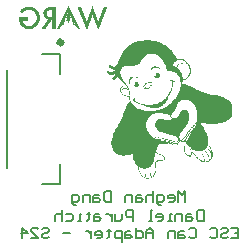
<source format=gbr>
G04*
G04 #@! TF.GenerationSoftware,Altium Limited,Altium Designer,24.7.2 (38)*
G04*
G04 Layer_Color=32896*
%FSLAX25Y25*%
%MOIN*%
G70*
G04*
G04 #@! TF.SameCoordinates,0AE953C0-7C88-47E9-B79E-664DAA7B62C1*
G04*
G04*
G04 #@! TF.FilePolarity,Positive*
G04*
G01*
G75*
%ADD16C,0.00600*%
%ADD73C,0.02000*%
%ADD74C,0.00800*%
G36*
X161527Y137176D02*
X161584D01*
Y137060D01*
X161642D01*
Y136887D01*
X161699D01*
Y136772D01*
X161757D01*
Y136599D01*
X161815D01*
Y136426D01*
X161873D01*
Y136310D01*
X161930D01*
Y136137D01*
X161988D01*
Y135964D01*
X162046D01*
Y135849D01*
X162103D01*
Y135676D01*
X162161D01*
Y135503D01*
X162219D01*
Y135388D01*
X162276D01*
Y135215D01*
X162334D01*
Y135099D01*
X162392D01*
Y134926D01*
X162449D01*
Y134753D01*
X162507D01*
Y134638D01*
X162565D01*
Y134465D01*
X162622D01*
Y134292D01*
X162680D01*
Y134177D01*
X162738D01*
Y134004D01*
X162795D01*
Y133831D01*
X162853D01*
Y133715D01*
X162911D01*
Y133542D01*
X162968D01*
Y133427D01*
X163026D01*
Y133254D01*
X163084D01*
Y133081D01*
X163141D01*
Y132966D01*
X163199D01*
Y132792D01*
X163257D01*
Y132620D01*
X163314D01*
Y132504D01*
X163372D01*
Y132331D01*
X163430D01*
Y132216D01*
X163487D01*
Y132273D01*
X163545D01*
Y132447D01*
X163603D01*
Y132562D01*
X163660D01*
Y132735D01*
X163718D01*
Y132850D01*
X163776D01*
Y133023D01*
X163833D01*
Y133196D01*
X163891D01*
Y133312D01*
X163949D01*
Y133485D01*
X164006D01*
Y133600D01*
X164064D01*
Y133773D01*
X164122D01*
Y133888D01*
X164179D01*
Y134061D01*
X164237D01*
Y134234D01*
X164295D01*
Y134350D01*
X164352D01*
Y134523D01*
X164410D01*
Y134638D01*
X164468D01*
Y134811D01*
X164525D01*
Y134926D01*
X164583D01*
Y135099D01*
X164641D01*
Y135272D01*
X164698D01*
Y135388D01*
X164756D01*
Y135561D01*
X164814D01*
Y135676D01*
X164871D01*
Y135849D01*
X164929D01*
Y135964D01*
X164987D01*
Y136137D01*
X165044D01*
Y136310D01*
X165102D01*
Y136426D01*
X165160D01*
Y136599D01*
X165217D01*
Y136714D01*
X165275D01*
Y136887D01*
X165333D01*
Y136945D01*
X166486D01*
Y136772D01*
X166429D01*
Y136656D01*
X166371D01*
Y136484D01*
X166313D01*
Y136368D01*
X166255D01*
Y136195D01*
X166198D01*
Y136080D01*
X166140D01*
Y135964D01*
Y135907D01*
X166083D01*
Y135791D01*
X166025D01*
Y135618D01*
X165967D01*
Y135503D01*
X165910D01*
Y135330D01*
X165852D01*
Y135215D01*
X165794D01*
Y135042D01*
X165736D01*
Y134926D01*
X165679D01*
Y134753D01*
X165621D01*
Y134638D01*
X165563D01*
Y134465D01*
X165506D01*
Y134350D01*
X165448D01*
Y134177D01*
X165391D01*
Y134061D01*
X165333D01*
Y133888D01*
X165275D01*
Y133773D01*
X165217D01*
Y133600D01*
X165160D01*
Y133485D01*
X165102D01*
Y133312D01*
X165044D01*
Y133196D01*
X164987D01*
Y133023D01*
X164929D01*
Y132850D01*
X164871D01*
Y132735D01*
X164814D01*
Y132562D01*
X164756D01*
Y132447D01*
X164698D01*
Y132273D01*
X164641D01*
Y132158D01*
X164583D01*
Y131985D01*
X164525D01*
Y131870D01*
X164468D01*
Y131697D01*
X164410D01*
Y131581D01*
X164352D01*
Y131408D01*
X164295D01*
Y131293D01*
X164237D01*
Y131120D01*
X164179D01*
Y131005D01*
X164122D01*
Y130832D01*
X164064D01*
Y130716D01*
X164006D01*
Y130543D01*
X163949D01*
Y130428D01*
X163891D01*
Y130255D01*
X163833D01*
Y130140D01*
X163776D01*
Y129967D01*
X163718D01*
Y129851D01*
X163660D01*
Y129678D01*
X163603D01*
Y129563D01*
X163545D01*
Y129390D01*
X163487D01*
Y129332D01*
X163430D01*
Y129448D01*
X163372D01*
Y129621D01*
X163314D01*
Y129736D01*
X163257D01*
Y129909D01*
X163199D01*
Y130082D01*
X163141D01*
Y130197D01*
X163084D01*
Y130370D01*
X163026D01*
Y130486D01*
X162968D01*
Y130659D01*
X162911D01*
Y130832D01*
X162853D01*
Y130947D01*
X162795D01*
Y131120D01*
X162738D01*
Y131293D01*
X162680D01*
Y131408D01*
X162622D01*
Y131581D01*
X162565D01*
Y131754D01*
X162507D01*
Y131870D01*
X162449D01*
Y132043D01*
X162392D01*
Y132216D01*
X162334D01*
Y132331D01*
X162276D01*
Y132504D01*
X162219D01*
Y132620D01*
X162161D01*
Y132792D01*
X162103D01*
Y132966D01*
X162046D01*
Y133081D01*
X161988D01*
Y133254D01*
X161930D01*
Y133427D01*
X161873D01*
Y133542D01*
X161815D01*
Y133715D01*
X161757D01*
Y133888D01*
X161699D01*
Y134004D01*
X161642D01*
Y134177D01*
X161584D01*
Y134292D01*
X161527D01*
Y134177D01*
X161469D01*
Y134061D01*
X161411D01*
Y133888D01*
X161354D01*
Y133715D01*
X161296D01*
Y133542D01*
X161238D01*
Y133427D01*
X161180D01*
Y133254D01*
X161123D01*
Y133081D01*
X161065D01*
Y132908D01*
X161007D01*
Y132792D01*
X160950D01*
Y132620D01*
X160892D01*
Y132447D01*
X160835D01*
Y132273D01*
X160777D01*
Y132158D01*
X160719D01*
Y131985D01*
X160661D01*
Y131812D01*
X160604D01*
Y131639D01*
X160546D01*
Y131524D01*
X160488D01*
Y131351D01*
X160431D01*
Y131178D01*
X160373D01*
Y131005D01*
X160315D01*
Y130889D01*
X160258D01*
Y130716D01*
X160200D01*
Y130543D01*
X160142D01*
Y130370D01*
X160085D01*
Y130255D01*
X160027D01*
Y130082D01*
X159969D01*
Y129909D01*
X159912D01*
Y129736D01*
X159854D01*
Y129621D01*
X159796D01*
Y129448D01*
X159739D01*
Y129332D01*
X159681D01*
Y129448D01*
X159623D01*
Y129563D01*
X159566D01*
Y129678D01*
X159508D01*
Y129851D01*
X159450D01*
Y129967D01*
X159393D01*
Y130140D01*
X159335D01*
Y130255D01*
X159277D01*
Y130370D01*
X159220D01*
Y130543D01*
X159162D01*
Y130659D01*
X159104D01*
Y130774D01*
X159047D01*
Y130947D01*
X158989D01*
Y131062D01*
X158931D01*
Y131235D01*
X158874D01*
Y131351D01*
X158816D01*
Y131466D01*
X158758D01*
Y131639D01*
X158701D01*
Y131754D01*
X158643D01*
Y131870D01*
X158585D01*
Y132043D01*
X158528D01*
Y132158D01*
X158470D01*
Y132331D01*
X158412D01*
Y132447D01*
X158355D01*
Y132562D01*
X158297D01*
Y132735D01*
X158239D01*
Y132850D01*
X158182D01*
Y133023D01*
X158124D01*
Y133139D01*
X158066D01*
Y133254D01*
X158009D01*
Y133427D01*
X157951D01*
Y133542D01*
X157893D01*
Y133658D01*
X157836D01*
Y133831D01*
X157778D01*
Y133946D01*
X157720D01*
Y134119D01*
X157663D01*
Y134234D01*
X157605D01*
Y134350D01*
X157547D01*
Y134523D01*
X157490D01*
Y134638D01*
X157432D01*
Y134753D01*
X157374D01*
Y134926D01*
X157317D01*
Y135042D01*
X157259D01*
Y135215D01*
X157201D01*
Y135330D01*
X157143D01*
Y135445D01*
X157086D01*
Y135618D01*
X157028D01*
Y135734D01*
X156971D01*
Y135849D01*
X156913D01*
Y136022D01*
X156855D01*
Y136137D01*
X156798D01*
Y136310D01*
X156740D01*
Y136426D01*
X156682D01*
Y136541D01*
X156624D01*
Y136714D01*
X156567D01*
Y136829D01*
X156509D01*
Y136945D01*
X157663D01*
Y136887D01*
X157720D01*
Y136772D01*
X157778D01*
Y136656D01*
X157836D01*
Y136541D01*
X157893D01*
Y136368D01*
X157951D01*
Y136253D01*
X158009D01*
Y136080D01*
X158066D01*
Y135964D01*
X158124D01*
Y135791D01*
X158182D01*
Y135676D01*
X158239D01*
Y135561D01*
X158297D01*
Y135388D01*
X158355D01*
Y135272D01*
X158412D01*
Y135099D01*
X158470D01*
Y134984D01*
X158528D01*
Y134869D01*
X158585D01*
Y134696D01*
X158643D01*
Y134580D01*
X158701D01*
Y134407D01*
X158758D01*
Y134292D01*
X158816D01*
Y134119D01*
X158874D01*
Y134004D01*
X158931D01*
Y133888D01*
X158989D01*
Y133715D01*
X159047D01*
Y133600D01*
X159104D01*
Y133427D01*
X159162D01*
Y133312D01*
X159220D01*
Y133196D01*
X159277D01*
Y133023D01*
X159335D01*
Y132908D01*
X159393D01*
Y132735D01*
X159450D01*
Y132620D01*
X159508D01*
Y132447D01*
X159566D01*
Y132331D01*
X159623D01*
Y132216D01*
X159681D01*
Y132273D01*
X159739D01*
Y132447D01*
X159796D01*
Y132620D01*
X159854D01*
Y132735D01*
X159912D01*
Y132908D01*
X159969D01*
Y133081D01*
X160027D01*
Y133254D01*
X160085D01*
Y133369D01*
X160142D01*
Y133542D01*
X160200D01*
Y133715D01*
X160258D01*
Y133888D01*
X160315D01*
Y134004D01*
X160373D01*
Y134177D01*
X160431D01*
Y134350D01*
X160488D01*
Y134523D01*
X160546D01*
Y134638D01*
X160604D01*
Y134811D01*
X160661D01*
Y134984D01*
X160719D01*
Y135157D01*
X160777D01*
Y135272D01*
X160835D01*
Y135445D01*
X160892D01*
Y135618D01*
X160950D01*
Y135791D01*
X161007D01*
Y135907D01*
X161065D01*
Y136080D01*
X161123D01*
Y136253D01*
X161180D01*
Y136426D01*
X161238D01*
Y136599D01*
X161296D01*
Y136714D01*
X161354D01*
Y136887D01*
X161411D01*
Y137060D01*
X161469D01*
Y137233D01*
X161527D01*
Y137176D01*
D02*
G37*
G36*
X140765Y137003D02*
X141111D01*
Y136945D01*
X141342D01*
Y136887D01*
X141572D01*
Y136829D01*
X141688D01*
Y136772D01*
X141861D01*
Y136714D01*
X141976D01*
Y136656D01*
X142091D01*
Y136599D01*
X142207D01*
Y136541D01*
X142264D01*
Y136484D01*
X142380D01*
Y136426D01*
X142437D01*
Y136368D01*
X142553D01*
Y136310D01*
X142610D01*
Y136253D01*
X142668D01*
Y136195D01*
X142726D01*
Y136137D01*
X142783D01*
Y136080D01*
X142899D01*
Y136022D01*
X142956D01*
Y135964D01*
X143014D01*
Y135907D01*
X143072D01*
Y135791D01*
X143130D01*
Y135734D01*
X143187D01*
Y135676D01*
X143245D01*
Y135618D01*
X143303D01*
Y135561D01*
X143360D01*
Y135445D01*
X143418D01*
Y135388D01*
X143475D01*
Y135272D01*
X143533D01*
Y135215D01*
X143591D01*
Y135099D01*
X143649D01*
Y134984D01*
X143706D01*
Y134869D01*
X143764D01*
Y134753D01*
X143822D01*
Y134580D01*
X143879D01*
Y134407D01*
X143937D01*
Y134177D01*
X143994D01*
Y133831D01*
X144052D01*
Y132850D01*
X143994D01*
Y132504D01*
X143937D01*
Y132273D01*
X143879D01*
Y132100D01*
X143822D01*
Y131927D01*
X143764D01*
Y131812D01*
X143706D01*
Y131697D01*
X143649D01*
Y131581D01*
X143591D01*
Y131466D01*
X143533D01*
Y131351D01*
X143475D01*
Y131293D01*
X143418D01*
Y131178D01*
X143360D01*
Y131120D01*
X143303D01*
Y131062D01*
X143245D01*
Y130947D01*
X143187D01*
Y130889D01*
X143130D01*
Y130832D01*
X143072D01*
Y130774D01*
X143014D01*
Y130716D01*
X142956D01*
Y130659D01*
X142899D01*
Y130601D01*
X142841D01*
Y130543D01*
X142783D01*
Y130486D01*
X142726D01*
Y130428D01*
X142668D01*
Y130370D01*
X142553D01*
Y130313D01*
X142495D01*
Y130255D01*
X142437D01*
Y130197D01*
X142322D01*
Y130140D01*
X142207D01*
Y130082D01*
X142149D01*
Y130024D01*
X142034D01*
Y129967D01*
X141918D01*
Y129909D01*
X141745D01*
Y129851D01*
X141630D01*
Y129794D01*
X141457D01*
Y129736D01*
X141226D01*
Y129678D01*
X140880D01*
Y129621D01*
X139900D01*
Y129678D01*
X139611D01*
Y129736D01*
X139381D01*
Y129794D01*
X139208D01*
Y129851D01*
X139035D01*
Y129909D01*
X138919D01*
Y129967D01*
X138804D01*
Y130024D01*
X138689D01*
Y130082D01*
X138631D01*
Y130140D01*
X138516D01*
Y130197D01*
X138458D01*
Y130255D01*
X138343D01*
Y130313D01*
X138285D01*
Y130370D01*
X138227D01*
Y130428D01*
X138170D01*
Y130486D01*
X138112D01*
Y130543D01*
X138054D01*
Y130601D01*
X137997D01*
Y130659D01*
X137939D01*
Y130716D01*
X137881D01*
Y130774D01*
X137824D01*
Y130832D01*
X137766D01*
Y130889D01*
X137708D01*
Y130947D01*
X137651D01*
Y131062D01*
X137593D01*
Y131120D01*
X137535D01*
Y131235D01*
X137478D01*
Y131351D01*
X137420D01*
Y131466D01*
X137362D01*
Y131581D01*
X137305D01*
Y131697D01*
X137247D01*
Y131927D01*
X137189D01*
Y132100D01*
X137132D01*
Y132447D01*
X137074D01*
Y133485D01*
X140015D01*
Y132447D01*
X138227D01*
Y132389D01*
X138285D01*
Y132100D01*
X138343D01*
Y131927D01*
X138400D01*
Y131812D01*
X138458D01*
Y131697D01*
X138516D01*
Y131639D01*
X138574D01*
Y131524D01*
X138631D01*
Y131466D01*
X138689D01*
Y131408D01*
X138747D01*
Y131351D01*
X138804D01*
Y131293D01*
X138862D01*
Y131235D01*
X138919D01*
Y131178D01*
X138977D01*
Y131120D01*
X139035D01*
Y131062D01*
X139150D01*
Y131005D01*
X139208D01*
Y130947D01*
X139323D01*
Y130889D01*
X139438D01*
Y130832D01*
X139554D01*
Y130774D01*
X139727D01*
Y130716D01*
X139958D01*
Y130659D01*
X140765D01*
Y130716D01*
X141053D01*
Y130774D01*
X141226D01*
Y130832D01*
X141342D01*
Y130889D01*
X141457D01*
Y130947D01*
X141572D01*
Y131005D01*
X141630D01*
Y131062D01*
X141745D01*
Y131120D01*
X141803D01*
Y131178D01*
X141918D01*
Y131235D01*
X141976D01*
Y131293D01*
X142034D01*
Y131351D01*
X142091D01*
Y131408D01*
X142149D01*
Y131466D01*
X142207D01*
Y131524D01*
X142264D01*
Y131581D01*
X142322D01*
Y131639D01*
X142380D01*
Y131697D01*
X142437D01*
Y131754D01*
X142495D01*
Y131870D01*
X142553D01*
Y131927D01*
X142610D01*
Y132043D01*
X142668D01*
Y132158D01*
X142726D01*
Y132273D01*
X142783D01*
Y132447D01*
X142841D01*
Y132620D01*
X142899D01*
Y132966D01*
X142956D01*
Y133658D01*
X142899D01*
Y134004D01*
X142841D01*
Y134234D01*
X142783D01*
Y134407D01*
X142726D01*
Y134523D01*
X142668D01*
Y134638D01*
X142610D01*
Y134753D01*
X142553D01*
Y134811D01*
X142495D01*
Y134926D01*
X142437D01*
Y134984D01*
X142380D01*
Y135042D01*
X142322D01*
Y135099D01*
X142264D01*
Y135157D01*
X142207D01*
Y135215D01*
X142149D01*
Y135272D01*
X142091D01*
Y135330D01*
X142034D01*
Y135388D01*
X141976D01*
Y135445D01*
X141918D01*
Y135503D01*
X141861D01*
Y135561D01*
X141745D01*
Y135618D01*
X141688D01*
Y135676D01*
X141572D01*
Y135734D01*
X141457D01*
Y135791D01*
X141342D01*
Y135849D01*
X141169D01*
Y135907D01*
X140996D01*
Y135964D01*
X140650D01*
Y136022D01*
X139958D01*
Y135964D01*
X139669D01*
Y135907D01*
X139438D01*
Y135849D01*
X139323D01*
Y135791D01*
X139208D01*
Y135734D01*
X139093D01*
Y135676D01*
X138977D01*
Y135618D01*
X138919D01*
Y135561D01*
X138804D01*
Y135503D01*
X138747D01*
Y135445D01*
X138689D01*
Y135388D01*
X138631D01*
Y135330D01*
X138574D01*
Y135272D01*
X138516D01*
Y135215D01*
X138458D01*
Y135157D01*
X138400D01*
Y135099D01*
X138343D01*
Y135042D01*
X138285D01*
Y134984D01*
X138227D01*
Y134926D01*
X138170D01*
Y134869D01*
X138112D01*
Y134926D01*
X138054D01*
Y134984D01*
X137997D01*
Y135042D01*
X137939D01*
Y135099D01*
X137824D01*
Y135157D01*
X137766D01*
Y135215D01*
X137708D01*
Y135272D01*
X137651D01*
Y135330D01*
X137593D01*
Y135388D01*
X137535D01*
Y135445D01*
X137478D01*
Y135503D01*
X137420D01*
Y135561D01*
X137362D01*
Y135618D01*
X137420D01*
Y135676D01*
X137478D01*
Y135734D01*
X137535D01*
Y135791D01*
X137593D01*
Y135849D01*
X137651D01*
Y135907D01*
X137708D01*
Y135964D01*
X137766D01*
Y136022D01*
X137824D01*
Y136080D01*
X137881D01*
Y136137D01*
X137939D01*
Y136195D01*
X137997D01*
Y136253D01*
X138054D01*
Y136310D01*
X138170D01*
Y136368D01*
X138227D01*
Y136426D01*
X138285D01*
Y136484D01*
X138400D01*
Y136541D01*
X138458D01*
Y136599D01*
X138574D01*
Y136656D01*
X138689D01*
Y136714D01*
X138804D01*
Y136772D01*
X138919D01*
Y136829D01*
X139093D01*
Y136887D01*
X139266D01*
Y136945D01*
X139496D01*
Y137003D01*
X139842D01*
Y137060D01*
X140765D01*
Y137003D01*
D02*
G37*
G36*
X149185Y136887D02*
X149243D01*
Y129794D01*
X149185D01*
Y129736D01*
X148147D01*
Y132677D01*
X147916D01*
Y132562D01*
X147859D01*
Y132504D01*
X147801D01*
Y132389D01*
X147743D01*
Y132331D01*
X147686D01*
Y132216D01*
X147628D01*
Y132158D01*
X147570D01*
Y132100D01*
X147512D01*
Y131985D01*
X147455D01*
Y131927D01*
X147397D01*
Y131812D01*
X147339D01*
Y131754D01*
X147282D01*
Y131639D01*
X147224D01*
Y131581D01*
X147166D01*
Y131524D01*
X147109D01*
Y131408D01*
X147051D01*
Y131351D01*
X146993D01*
Y131235D01*
X146936D01*
Y131178D01*
X146878D01*
Y131062D01*
X146820D01*
Y131005D01*
X146763D01*
Y130947D01*
X146705D01*
Y130832D01*
X146647D01*
Y130774D01*
X146590D01*
Y130659D01*
X146532D01*
Y130601D01*
X146474D01*
Y130486D01*
X146417D01*
Y130428D01*
X146359D01*
Y130370D01*
X146301D01*
Y130255D01*
X146244D01*
Y130197D01*
X146186D01*
Y130082D01*
X146128D01*
Y130024D01*
X146071D01*
Y129909D01*
X146013D01*
Y129851D01*
X145955D01*
Y129794D01*
X145898D01*
Y129736D01*
X144629D01*
Y129851D01*
X144687D01*
Y129967D01*
X144744D01*
Y130024D01*
X144802D01*
Y130082D01*
X144860D01*
Y130197D01*
X144917D01*
Y130255D01*
X144975D01*
Y130370D01*
X145033D01*
Y130428D01*
X145090D01*
Y130486D01*
X145148D01*
Y130601D01*
X145206D01*
Y130659D01*
X145263D01*
Y130774D01*
X145321D01*
Y130832D01*
X145379D01*
Y130889D01*
X145436D01*
Y131005D01*
X145494D01*
Y131062D01*
X145552D01*
Y131120D01*
X145609D01*
Y131235D01*
X145667D01*
Y131293D01*
X145725D01*
Y131408D01*
X145782D01*
Y131466D01*
X145840D01*
Y131524D01*
X145898D01*
Y131639D01*
X145955D01*
Y131697D01*
X146013D01*
Y131754D01*
X146071D01*
Y131870D01*
X146128D01*
Y131927D01*
X146186D01*
Y132043D01*
X146244D01*
Y132100D01*
X146301D01*
Y132158D01*
X146359D01*
Y132273D01*
X146417D01*
Y132331D01*
X146474D01*
Y132389D01*
X146532D01*
Y132504D01*
X146590D01*
Y132562D01*
X146647D01*
Y132677D01*
X146705D01*
Y132735D01*
X146763D01*
Y132792D01*
X146705D01*
Y132850D01*
X146532D01*
Y132908D01*
X146359D01*
Y132966D01*
X146244D01*
Y133023D01*
X146128D01*
Y133081D01*
X146071D01*
Y133139D01*
X146013D01*
Y133196D01*
X145898D01*
Y133254D01*
X145840D01*
Y133312D01*
X145782D01*
Y133369D01*
X145725D01*
Y133427D01*
X145667D01*
Y133542D01*
X145609D01*
Y133600D01*
X145552D01*
Y133658D01*
X145494D01*
Y133773D01*
X145436D01*
Y133888D01*
X145379D01*
Y134004D01*
X145321D01*
Y134177D01*
X145263D01*
Y134465D01*
X145206D01*
Y134926D01*
Y134984D01*
Y135157D01*
X145263D01*
Y135445D01*
X145321D01*
Y135618D01*
X145379D01*
Y135734D01*
X145436D01*
Y135849D01*
X145494D01*
Y135964D01*
X145552D01*
Y136022D01*
X145609D01*
Y136080D01*
X145667D01*
Y136195D01*
X145725D01*
Y136253D01*
X145782D01*
Y136310D01*
X145840D01*
Y136368D01*
X145955D01*
Y136426D01*
X146013D01*
Y136484D01*
X146071D01*
Y136541D01*
X146186D01*
Y136599D01*
X146301D01*
Y136656D01*
X146417D01*
Y136714D01*
X146590D01*
Y136772D01*
X146820D01*
Y136829D01*
X147109D01*
Y136887D01*
X147743D01*
Y136945D01*
X149185D01*
Y136887D01*
D02*
G37*
G36*
X153568Y137291D02*
X153626D01*
Y137176D01*
X153683D01*
Y137060D01*
X153741D01*
Y136887D01*
X153799D01*
Y136772D01*
X153856D01*
Y136656D01*
X153914D01*
Y136541D01*
X153972D01*
Y136426D01*
X154029D01*
Y136310D01*
X154087D01*
Y136195D01*
X154145D01*
Y136080D01*
X154202D01*
Y135964D01*
X154260D01*
Y135849D01*
X154318D01*
Y135734D01*
X154375D01*
Y135618D01*
X154433D01*
Y135503D01*
X154491D01*
Y135388D01*
X154548D01*
Y135272D01*
X154606D01*
Y135157D01*
X154664D01*
Y135042D01*
X154721D01*
Y134926D01*
X154779D01*
Y134811D01*
X154837D01*
Y134696D01*
X154894D01*
Y134580D01*
X154952D01*
Y134465D01*
X155010D01*
Y134350D01*
X155067D01*
Y134234D01*
X155125D01*
Y134119D01*
X155183D01*
Y134004D01*
X155240D01*
Y133888D01*
X155298D01*
Y133773D01*
X155356D01*
Y133658D01*
X155413D01*
Y133542D01*
X155471D01*
Y133427D01*
X155529D01*
Y133312D01*
X155586D01*
Y133196D01*
X155644D01*
Y133081D01*
X155702D01*
Y132966D01*
X155759D01*
Y132850D01*
X155817D01*
Y132735D01*
X155875D01*
Y132620D01*
X155932D01*
Y132447D01*
X155990D01*
Y132331D01*
X156048D01*
Y132216D01*
X156105D01*
Y132100D01*
X156163D01*
Y131985D01*
X156221D01*
Y131870D01*
X156279D01*
Y131754D01*
X156336D01*
Y131639D01*
X156394D01*
Y131524D01*
X156451D01*
Y131408D01*
X156509D01*
Y131293D01*
X156567D01*
Y131178D01*
X156624D01*
Y131062D01*
X156682D01*
Y130947D01*
X156740D01*
Y130832D01*
X156798D01*
Y130716D01*
X156855D01*
Y130601D01*
X156913D01*
Y130486D01*
X156971D01*
Y130370D01*
X157028D01*
Y130255D01*
X157086D01*
Y130140D01*
X157143D01*
Y130024D01*
X157201D01*
Y129909D01*
X157259D01*
Y129794D01*
X157317D01*
Y129678D01*
X157374D01*
Y129563D01*
X157317D01*
Y129621D01*
X157086D01*
Y129678D01*
X156855D01*
Y129736D01*
X156624D01*
Y129794D01*
X156567D01*
Y129851D01*
X156509D01*
Y129909D01*
X156451D01*
Y130024D01*
X156394D01*
Y130082D01*
X156336D01*
Y130140D01*
X156279D01*
Y130197D01*
X156221D01*
Y130313D01*
X156163D01*
Y130370D01*
X156105D01*
Y130428D01*
X156048D01*
Y130486D01*
X155990D01*
Y130543D01*
X155932D01*
Y130601D01*
X155875D01*
Y130659D01*
X155817D01*
Y130716D01*
X155759D01*
Y130774D01*
X155702D01*
Y130832D01*
X155644D01*
Y131178D01*
X155586D01*
Y130889D01*
X155529D01*
Y130947D01*
X155471D01*
Y131005D01*
X155356D01*
Y131062D01*
X155298D01*
Y131120D01*
X155183D01*
Y131178D01*
X155067D01*
Y131235D01*
X155010D01*
Y131466D01*
X154952D01*
Y131697D01*
X154894D01*
Y131985D01*
X154837D01*
Y132216D01*
X154779D01*
Y132504D01*
X154721D01*
Y132735D01*
X154664D01*
Y132966D01*
X154606D01*
Y133139D01*
X154548D01*
Y133312D01*
X154491D01*
Y133427D01*
X154433D01*
Y133542D01*
X154375D01*
Y133715D01*
X154318D01*
Y133831D01*
X154260D01*
Y133946D01*
X154202D01*
Y134119D01*
X154145D01*
Y134234D01*
X154087D01*
Y134350D01*
X154029D01*
Y134523D01*
X153972D01*
Y134638D01*
X153914D01*
Y134753D01*
X153856D01*
Y134580D01*
X153914D01*
Y134407D01*
X153972D01*
Y134234D01*
X154029D01*
Y134061D01*
X154087D01*
Y133888D01*
X154145D01*
Y133715D01*
X154202D01*
Y133542D01*
X154260D01*
Y133312D01*
X154202D01*
Y133254D01*
X154145D01*
Y133196D01*
X154087D01*
Y133139D01*
X154029D01*
Y133081D01*
X153972D01*
Y132966D01*
X153914D01*
Y132850D01*
X153972D01*
Y132792D01*
X154029D01*
Y132677D01*
X154087D01*
Y132620D01*
X154145D01*
Y132504D01*
X154202D01*
Y132447D01*
X154260D01*
Y132389D01*
X154145D01*
Y132447D01*
X153856D01*
Y132389D01*
X153799D01*
Y132273D01*
X153741D01*
Y132100D01*
X153683D01*
Y131927D01*
X153626D01*
Y131697D01*
X153568D01*
Y131581D01*
X153510D01*
Y131754D01*
X153453D01*
Y131985D01*
X153395D01*
Y132158D01*
X153337D01*
Y132331D01*
X153280D01*
Y132389D01*
X153222D01*
Y132447D01*
X153164D01*
Y132504D01*
X153106D01*
Y132447D01*
X152934D01*
Y132389D01*
X152818D01*
Y132447D01*
X152876D01*
Y132504D01*
X152934D01*
Y132562D01*
X152991D01*
Y132677D01*
X153049D01*
Y132735D01*
X153106D01*
Y132850D01*
X153164D01*
Y132908D01*
X153222D01*
Y132966D01*
X153164D01*
Y133023D01*
X153106D01*
Y133081D01*
X153049D01*
Y133139D01*
X152991D01*
Y133196D01*
X152934D01*
Y133312D01*
X152876D01*
Y133369D01*
X152818D01*
Y133427D01*
X152876D01*
Y133658D01*
X152934D01*
Y133831D01*
X152991D01*
Y134004D01*
X153049D01*
Y134177D01*
X153106D01*
Y134350D01*
X153164D01*
Y134523D01*
X153222D01*
Y134696D01*
X153280D01*
Y134869D01*
X153222D01*
Y134753D01*
X153164D01*
Y134580D01*
X153106D01*
Y134465D01*
X153049D01*
Y134350D01*
X152991D01*
Y134177D01*
X152934D01*
Y134061D01*
X152876D01*
Y133946D01*
X152818D01*
Y133773D01*
X152761D01*
Y133658D01*
X152703D01*
Y133542D01*
X152645D01*
Y133369D01*
X152587D01*
Y133254D01*
X152530D01*
Y133081D01*
X152472D01*
Y132908D01*
X152415D01*
Y132620D01*
X152357D01*
Y132389D01*
X152299D01*
Y132100D01*
X152242D01*
Y131870D01*
X152184D01*
Y131581D01*
X152126D01*
Y131351D01*
X152068D01*
Y131235D01*
X152011D01*
Y131178D01*
X151895D01*
Y131120D01*
X151780D01*
Y131062D01*
X151723D01*
Y131005D01*
X151607D01*
Y130947D01*
X151549D01*
Y130889D01*
X151492D01*
Y131062D01*
X151434D01*
Y130774D01*
X151376D01*
Y130716D01*
X151261D01*
Y130659D01*
X151203D01*
Y130601D01*
X151146D01*
Y130543D01*
X151088D01*
Y130486D01*
X151030D01*
Y130428D01*
X150973D01*
Y130370D01*
X150915D01*
Y130255D01*
X150857D01*
Y130197D01*
X150800D01*
Y130140D01*
X150742D01*
Y130082D01*
X150684D01*
Y129967D01*
X150627D01*
Y129909D01*
X150569D01*
Y129794D01*
X150454D01*
Y129736D01*
X150223D01*
Y129678D01*
X149992D01*
Y129621D01*
X149819D01*
Y129563D01*
X149704D01*
Y129621D01*
X149762D01*
Y129736D01*
X149819D01*
Y129851D01*
X149877D01*
Y129967D01*
X149935D01*
Y130082D01*
X149992D01*
Y130197D01*
X150050D01*
Y130313D01*
X150108D01*
Y130428D01*
X150165D01*
Y130543D01*
X150223D01*
Y130659D01*
X150281D01*
Y130774D01*
X150338D01*
Y130947D01*
X150396D01*
Y131062D01*
X150454D01*
Y131178D01*
X150511D01*
Y131293D01*
X150569D01*
Y131408D01*
X150627D01*
Y131524D01*
X150684D01*
Y131639D01*
X150742D01*
Y131754D01*
X150800D01*
Y131870D01*
X150857D01*
Y131985D01*
X150915D01*
Y132100D01*
X150973D01*
Y132216D01*
X151030D01*
Y132331D01*
X151088D01*
Y132447D01*
X151146D01*
Y132562D01*
X151203D01*
Y132677D01*
X151261D01*
Y132792D01*
X151319D01*
Y132908D01*
X151376D01*
Y133023D01*
X151434D01*
Y133139D01*
X151492D01*
Y133254D01*
X151549D01*
Y133369D01*
X151607D01*
Y133485D01*
X151665D01*
Y133600D01*
X151723D01*
Y133715D01*
X151780D01*
Y133831D01*
X151838D01*
Y133946D01*
X151895D01*
Y134061D01*
X151953D01*
Y134177D01*
X152011D01*
Y134292D01*
X152068D01*
Y134407D01*
X152126D01*
Y134523D01*
X152184D01*
Y134638D01*
X152242D01*
Y134753D01*
X152299D01*
Y134926D01*
X152357D01*
Y135042D01*
X152415D01*
Y135157D01*
X152472D01*
Y135272D01*
X152530D01*
Y135388D01*
X152587D01*
Y135503D01*
X152645D01*
Y135618D01*
X152703D01*
Y135734D01*
X152761D01*
Y135849D01*
X152818D01*
Y135964D01*
X152876D01*
Y136080D01*
X152934D01*
Y136195D01*
X152991D01*
Y136310D01*
X153049D01*
Y136426D01*
X153106D01*
Y136541D01*
X153164D01*
Y136656D01*
X153222D01*
Y136772D01*
X153280D01*
Y136887D01*
X153337D01*
Y137003D01*
X153395D01*
Y137118D01*
X153453D01*
Y137176D01*
Y137233D01*
X153510D01*
Y137348D01*
X153568D01*
Y137291D01*
D02*
G37*
G36*
X181016Y125785D02*
X182067D01*
Y125635D01*
X182368D01*
Y125484D01*
X182968D01*
Y125334D01*
X183569D01*
Y125184D01*
X184019D01*
Y125034D01*
X184320D01*
Y124884D01*
X184620D01*
Y124734D01*
X184920D01*
Y124583D01*
X185221D01*
Y124433D01*
X185521D01*
Y124283D01*
X185671D01*
Y124133D01*
X185971D01*
Y123983D01*
X186122D01*
Y123833D01*
X186272D01*
Y123682D01*
X186572D01*
Y123532D01*
X186722D01*
Y123382D01*
X186872D01*
Y123232D01*
X187173D01*
Y123082D01*
X187323D01*
Y122932D01*
X187473D01*
Y122782D01*
X187623D01*
Y122631D01*
X187773D01*
Y122481D01*
X187924D01*
Y122331D01*
X188074D01*
Y122031D01*
X188224D01*
Y121881D01*
X188374D01*
Y121580D01*
X188524D01*
Y121430D01*
X188674D01*
Y121280D01*
X188824D01*
Y120980D01*
X188974D01*
Y120679D01*
X189125D01*
Y120529D01*
X189275D01*
Y120229D01*
X189425D01*
Y119929D01*
X189575D01*
Y119628D01*
X190176D01*
Y119778D01*
X191227D01*
Y119628D01*
X191677D01*
Y119478D01*
X191978D01*
Y119328D01*
X192278D01*
Y119178D01*
X192428D01*
Y119028D01*
X192728D01*
Y118877D01*
X192879D01*
Y118727D01*
X193029D01*
Y118577D01*
X193179D01*
Y118427D01*
X193329D01*
Y118277D01*
X193479D01*
Y117977D01*
X193629D01*
Y117826D01*
X193780D01*
Y117526D01*
X193930D01*
Y117076D01*
X194080D01*
Y116625D01*
X194230D01*
Y115724D01*
X194380D01*
Y115574D01*
X194230D01*
Y114673D01*
X194080D01*
Y114223D01*
X193930D01*
Y113922D01*
X193780D01*
Y113622D01*
X193479D01*
Y113322D01*
X193329D01*
Y113172D01*
X193179D01*
Y113021D01*
X193029D01*
Y112871D01*
X192728D01*
Y112721D01*
X192428D01*
Y112571D01*
X191677D01*
Y111820D01*
X191527D01*
Y111370D01*
X192128D01*
Y111220D01*
X192578D01*
Y111069D01*
X193029D01*
Y110919D01*
X193479D01*
Y110769D01*
X193930D01*
Y110619D01*
X194080D01*
Y110469D01*
X194530D01*
Y110319D01*
X194831D01*
Y110169D01*
X195131D01*
Y110018D01*
X195431D01*
Y109868D01*
X195732D01*
Y109718D01*
X196182D01*
Y109418D01*
X196633D01*
Y109267D01*
X196933D01*
Y109117D01*
X197233D01*
Y108967D01*
X197533D01*
Y108817D01*
X197834D01*
Y108667D01*
X198434D01*
Y108517D01*
X198885D01*
Y108367D01*
X199185D01*
Y108217D01*
X199786D01*
Y108066D01*
X200386D01*
Y107916D01*
X200837D01*
Y107766D01*
X201738D01*
Y107616D01*
X202789D01*
Y107466D01*
X203390D01*
Y107316D01*
X203840D01*
Y107165D01*
X204290D01*
Y107015D01*
X204891D01*
Y106865D01*
X205342D01*
Y106715D01*
X205492D01*
Y106565D01*
X205792D01*
Y106415D01*
X206092D01*
Y106264D01*
X206543D01*
Y105964D01*
X206693D01*
Y105814D01*
X206993D01*
Y105664D01*
X207143D01*
Y105514D01*
X207294D01*
Y105364D01*
X207444D01*
Y105213D01*
X207594D01*
Y104913D01*
X207744D01*
Y104613D01*
X207894D01*
Y104312D01*
X208044D01*
Y100709D01*
X207894D01*
Y100408D01*
X207744D01*
Y100258D01*
X207594D01*
Y99958D01*
X207444D01*
Y99808D01*
X207294D01*
Y99658D01*
X206993D01*
Y99357D01*
X206693D01*
Y99207D01*
X206543D01*
Y99057D01*
X206242D01*
Y98907D01*
X205942D01*
Y98757D01*
X205642D01*
Y98606D01*
X205041D01*
Y98306D01*
X204140D01*
Y98156D01*
X203390D01*
Y98006D01*
X199335D01*
Y98156D01*
X197684D01*
Y97856D01*
X197834D01*
Y97706D01*
X197984D01*
Y97555D01*
X198134D01*
Y97405D01*
X198284D01*
Y97105D01*
X198434D01*
Y96805D01*
X198584D01*
Y96654D01*
X198735D01*
Y96354D01*
X198885D01*
Y95904D01*
X199035D01*
Y95754D01*
X199185D01*
Y95453D01*
X199335D01*
Y95153D01*
X199485D01*
Y94853D01*
X199636D01*
Y94252D01*
X199786D01*
Y94102D01*
X199936D01*
Y93351D01*
X200086D01*
Y90949D01*
X200386D01*
Y90798D01*
X200536D01*
Y90498D01*
X200687D01*
Y90348D01*
X200837D01*
Y90198D01*
X200987D01*
Y89747D01*
X201137D01*
Y89447D01*
X201287D01*
Y88846D01*
X201437D01*
Y88546D01*
X201588D01*
Y86894D01*
X201437D01*
Y86594D01*
X201287D01*
Y86144D01*
X201137D01*
Y85993D01*
X200987D01*
Y85843D01*
X200837D01*
Y85693D01*
X200687D01*
Y85543D01*
X200536D01*
Y85393D01*
X199936D01*
Y85243D01*
X198434D01*
Y85393D01*
X197834D01*
Y85543D01*
X197684D01*
Y85693D01*
X197383D01*
Y85843D01*
X197233D01*
Y85993D01*
X197083D01*
Y86144D01*
X196783D01*
Y86294D01*
X196633D01*
Y86444D01*
X196482D01*
Y86744D01*
X196182D01*
Y87045D01*
X196032D01*
Y87195D01*
X195732D01*
Y87495D01*
X195581D01*
Y87645D01*
X195431D01*
Y87795D01*
X195281D01*
Y87945D01*
X195131D01*
Y88096D01*
X194981D01*
Y88246D01*
X194831D01*
Y87645D01*
X194681D01*
Y87495D01*
X194530D01*
Y87195D01*
X194230D01*
Y87045D01*
X193780D01*
Y87195D01*
X193179D01*
Y87495D01*
X192879D01*
Y87645D01*
X192728D01*
Y87795D01*
X192578D01*
Y88096D01*
X192428D01*
Y88246D01*
X192278D01*
Y88696D01*
X192128D01*
Y90498D01*
X192278D01*
Y88846D01*
X192428D01*
Y88396D01*
X192578D01*
Y88246D01*
X192728D01*
Y88096D01*
X192879D01*
Y87795D01*
X193179D01*
Y87645D01*
X193329D01*
Y87495D01*
X193930D01*
Y87345D01*
X194080D01*
Y87495D01*
X194380D01*
Y87645D01*
X194530D01*
Y88696D01*
X194380D01*
Y89147D01*
X194230D01*
Y89297D01*
X194080D01*
Y89597D01*
X193930D01*
Y89898D01*
X194080D01*
Y89747D01*
X194230D01*
Y89447D01*
X194380D01*
Y89297D01*
X194530D01*
Y88696D01*
X194831D01*
Y88546D01*
X194981D01*
Y88396D01*
X195131D01*
Y88246D01*
X195281D01*
Y88096D01*
X195431D01*
Y87945D01*
X195581D01*
Y87795D01*
X195732D01*
Y87645D01*
X195882D01*
Y87495D01*
X196032D01*
Y87345D01*
X196182D01*
Y87045D01*
X196482D01*
Y86894D01*
X196633D01*
Y86744D01*
X196783D01*
Y86444D01*
X197083D01*
Y86294D01*
X197233D01*
Y86144D01*
X197383D01*
Y85993D01*
X197684D01*
Y85843D01*
X197984D01*
Y85693D01*
X198284D01*
Y85543D01*
X198885D01*
Y86294D01*
X198735D01*
Y86894D01*
X198434D01*
Y87345D01*
X198284D01*
Y87495D01*
X198134D01*
Y87795D01*
X197984D01*
Y87945D01*
X197834D01*
Y88096D01*
X197984D01*
Y87945D01*
X198134D01*
Y87795D01*
X198284D01*
Y87645D01*
X198434D01*
Y87345D01*
X198584D01*
Y87195D01*
X198735D01*
Y86894D01*
X198885D01*
Y86444D01*
X199035D01*
Y85993D01*
X199185D01*
Y85543D01*
X199035D01*
Y85393D01*
X199485D01*
Y85543D01*
X199936D01*
Y85693D01*
X200236D01*
Y85843D01*
X200386D01*
Y86894D01*
X200536D01*
Y86144D01*
X200837D01*
Y86294D01*
X200987D01*
Y86594D01*
X201137D01*
Y87645D01*
X200987D01*
Y88246D01*
X200837D01*
Y88546D01*
X200687D01*
Y88846D01*
X200536D01*
Y89147D01*
X200386D01*
Y89447D01*
X200086D01*
Y89597D01*
X199936D01*
Y89747D01*
X200236D01*
Y89597D01*
X200386D01*
Y89447D01*
X200536D01*
Y89147D01*
X200687D01*
Y88996D01*
X200837D01*
Y88846D01*
X200987D01*
Y88546D01*
X201137D01*
Y89147D01*
X200987D01*
Y89597D01*
X200837D01*
Y89898D01*
X200687D01*
Y90198D01*
X200536D01*
Y90348D01*
X200386D01*
Y90798D01*
X199936D01*
Y90498D01*
X199786D01*
Y90348D01*
X199636D01*
Y90048D01*
X199485D01*
Y89747D01*
X199335D01*
Y89597D01*
X199185D01*
Y89447D01*
X199035D01*
Y89297D01*
X198735D01*
Y89147D01*
X198434D01*
Y88846D01*
X195882D01*
Y88996D01*
X195732D01*
Y89147D01*
X195281D01*
Y89297D01*
X194981D01*
Y89447D01*
X194831D01*
Y89597D01*
X194681D01*
Y89747D01*
X194530D01*
Y89898D01*
X194230D01*
Y90198D01*
X193930D01*
Y90348D01*
X193780D01*
Y90648D01*
X193479D01*
Y90949D01*
X193329D01*
Y91099D01*
X193179D01*
Y91249D01*
X193029D01*
Y91399D01*
X192879D01*
Y91549D01*
X192728D01*
Y91699D01*
X192578D01*
Y91849D01*
X192428D01*
Y90498D01*
X192278D01*
Y92000D01*
X191077D01*
Y92150D01*
X190776D01*
Y92450D01*
X190626D01*
Y92000D01*
X190476D01*
Y91849D01*
X190326D01*
Y91699D01*
X190176D01*
Y91399D01*
X190026D01*
Y91099D01*
X189875D01*
Y90949D01*
X188224D01*
Y91099D01*
X187924D01*
Y91249D01*
X187623D01*
Y91399D01*
X187173D01*
Y91549D01*
X186722D01*
Y91399D01*
X183719D01*
Y91249D01*
X183569D01*
Y91099D01*
X183419D01*
Y90798D01*
X183269D01*
Y90348D01*
X182968D01*
Y89447D01*
X182818D01*
Y88846D01*
X182668D01*
Y88546D01*
X182968D01*
Y88396D01*
X183269D01*
Y88246D01*
X183419D01*
Y88096D01*
X183869D01*
Y87945D01*
X184019D01*
Y87795D01*
X184470D01*
Y87645D01*
X184920D01*
Y87495D01*
X185221D01*
Y87195D01*
X185521D01*
Y87045D01*
X185671D01*
Y85993D01*
X185521D01*
Y85843D01*
X185221D01*
Y85543D01*
X183269D01*
Y85393D01*
X182968D01*
Y85243D01*
X182818D01*
Y84642D01*
Y84492D01*
Y82089D01*
X182668D01*
Y81489D01*
X182518D01*
Y81339D01*
X182368D01*
Y81038D01*
X182218D01*
Y80738D01*
X182067D01*
Y80588D01*
X181917D01*
Y80438D01*
X181767D01*
Y80287D01*
X181617D01*
Y80137D01*
X181317D01*
Y79987D01*
X181167D01*
Y79837D01*
X180416D01*
Y79987D01*
X181016D01*
Y80137D01*
X181167D01*
Y80287D01*
X181016D01*
Y80588D01*
X181317D01*
Y80438D01*
X181617D01*
Y80588D01*
X181767D01*
Y80888D01*
X181917D01*
Y81038D01*
X182067D01*
Y81188D01*
X182218D01*
Y81489D01*
X182368D01*
Y81939D01*
X182518D01*
Y82390D01*
X182668D01*
Y83441D01*
X182518D01*
Y85243D01*
X182668D01*
Y85393D01*
X182818D01*
Y85543D01*
X182968D01*
Y85693D01*
X183118D01*
Y85843D01*
X185071D01*
Y85993D01*
X185371D01*
Y86144D01*
X185521D01*
Y86894D01*
X185371D01*
Y87045D01*
X185221D01*
Y87195D01*
X184920D01*
Y87345D01*
X184770D01*
Y87495D01*
X184320D01*
Y87645D01*
X183869D01*
Y87795D01*
X183419D01*
Y87945D01*
X183269D01*
Y88096D01*
X182968D01*
Y88246D01*
X182518D01*
Y87645D01*
X182368D01*
Y87045D01*
X182218D01*
Y85993D01*
X182067D01*
Y85843D01*
X181917D01*
Y85243D01*
X181767D01*
Y84792D01*
X181617D01*
Y84642D01*
X181467D01*
Y84342D01*
X181317D01*
Y84192D01*
X181167D01*
Y84041D01*
X181016D01*
Y83741D01*
X180716D01*
Y83591D01*
X180416D01*
Y83291D01*
X179965D01*
Y83140D01*
X179515D01*
Y82990D01*
X178314D01*
Y83140D01*
X177713D01*
Y83291D01*
X177262D01*
Y83591D01*
X177112D01*
Y82540D01*
X176812D01*
Y83891D01*
X176662D01*
Y84041D01*
X176512D01*
Y84192D01*
X176362D01*
Y84342D01*
X176211D01*
Y84492D01*
X176061D01*
Y84642D01*
X175911D01*
Y84792D01*
X175761D01*
Y85093D01*
X175611D01*
Y85543D01*
X175461D01*
Y85993D01*
X175160D01*
Y87045D01*
X175010D01*
Y87195D01*
X175160D01*
Y87945D01*
X175010D01*
Y87795D01*
X174409D01*
Y87645D01*
X173959D01*
Y87495D01*
X172457D01*
Y87345D01*
X171556D01*
Y87495D01*
X170205D01*
Y87645D01*
X169905D01*
Y87795D01*
X169605D01*
Y87945D01*
X169454D01*
Y88096D01*
X169304D01*
Y88246D01*
X169004D01*
Y88546D01*
X168854D01*
Y88696D01*
X168703D01*
Y88846D01*
X168553D01*
Y89147D01*
X168403D01*
Y89447D01*
X168253D01*
Y90048D01*
X168103D01*
Y90198D01*
X167953D01*
Y91099D01*
X167803D01*
Y92150D01*
X167953D01*
Y93201D01*
X168103D01*
Y93351D01*
X168253D01*
Y94102D01*
X168403D01*
Y94402D01*
X168553D01*
Y94853D01*
X168703D01*
Y95003D01*
X168854D01*
Y95453D01*
X169004D01*
Y95904D01*
X169154D01*
Y96204D01*
X169304D01*
Y96354D01*
X169454D01*
Y96654D01*
X169605D01*
Y96955D01*
X169755D01*
Y97105D01*
X169905D01*
Y97405D01*
X170055D01*
Y97555D01*
X170205D01*
Y98006D01*
X170505D01*
Y98456D01*
X170656D01*
Y98757D01*
X170806D01*
Y99057D01*
X170956D01*
Y99207D01*
X171106D01*
Y99658D01*
X171256D01*
Y99958D01*
X171406D01*
Y100258D01*
X171556D01*
Y100408D01*
X171707D01*
Y101309D01*
X171857D01*
Y101459D01*
Y101610D01*
X172007D01*
Y101910D01*
X172157D01*
Y102360D01*
X172307D01*
Y102811D01*
X172457D01*
Y103111D01*
X172608D01*
Y103562D01*
X172758D01*
Y103862D01*
X172908D01*
Y104162D01*
X173058D01*
Y104312D01*
X173208D01*
Y104613D01*
X173358D01*
Y104913D01*
X173659D01*
Y105213D01*
X173959D01*
Y105964D01*
X173809D01*
Y106565D01*
X173659D01*
Y107015D01*
X172908D01*
Y107165D01*
X172457D01*
Y107316D01*
X172157D01*
Y107466D01*
X172007D01*
Y107616D01*
X171707D01*
Y107766D01*
X171556D01*
Y107916D01*
X171406D01*
Y108066D01*
X171256D01*
Y108217D01*
X171106D01*
Y108517D01*
X170956D01*
Y108667D01*
X170806D01*
Y108817D01*
Y109267D01*
X170656D01*
Y109418D01*
X170806D01*
Y109868D01*
X170956D01*
Y110169D01*
X171106D01*
Y110319D01*
X171256D01*
Y110469D01*
X171707D01*
Y110319D01*
X171406D01*
Y110169D01*
X171256D01*
Y109868D01*
X171106D01*
Y109267D01*
X170956D01*
Y108817D01*
X171106D01*
Y108517D01*
X171256D01*
Y108367D01*
X171406D01*
Y108217D01*
X171556D01*
Y108066D01*
X171707D01*
Y107916D01*
X171857D01*
Y107766D01*
X172157D01*
Y107616D01*
X172457D01*
Y107466D01*
X172758D01*
Y107316D01*
X173659D01*
Y108667D01*
X173809D01*
Y108967D01*
X173659D01*
Y109267D01*
X173509D01*
Y109418D01*
X173058D01*
Y109568D01*
X172908D01*
Y109718D01*
X171857D01*
Y109568D01*
X171707D01*
Y109418D01*
X171556D01*
Y109718D01*
X171707D01*
Y109868D01*
X172908D01*
Y109718D01*
X173358D01*
Y109868D01*
X173208D01*
Y110319D01*
X173058D01*
Y110469D01*
X171707D01*
Y110619D01*
X171857D01*
Y110769D01*
X172758D01*
Y110919D01*
X172608D01*
Y111069D01*
X172457D01*
Y111220D01*
X172307D01*
Y111370D01*
X172157D01*
Y111520D01*
X171857D01*
Y111820D01*
X171707D01*
Y111970D01*
X171556D01*
Y112120D01*
X171406D01*
Y112271D01*
X171256D01*
Y112421D01*
X170956D01*
Y112571D01*
X170806D01*
Y112721D01*
X170656D01*
Y112871D01*
X170505D01*
Y113021D01*
X170355D01*
Y113172D01*
X170205D01*
Y113472D01*
X170055D01*
Y113622D01*
X169905D01*
Y113472D01*
X169755D01*
Y113172D01*
X169454D01*
Y113021D01*
X169304D01*
Y112871D01*
X169004D01*
Y112721D01*
X168253D01*
Y112871D01*
X167953D01*
Y113172D01*
X168253D01*
Y113322D01*
X168403D01*
Y113472D01*
X168553D01*
Y113622D01*
X168703D01*
Y113772D01*
X168854D01*
Y113922D01*
X169004D01*
Y114223D01*
X169154D01*
Y114523D01*
X168854D01*
Y114373D01*
X168253D01*
Y114223D01*
X167652D01*
Y114373D01*
X167202D01*
Y114523D01*
X166902D01*
Y114673D01*
X166752D01*
Y114823D01*
X166601D01*
Y115124D01*
X166301D01*
Y115574D01*
X166601D01*
Y115724D01*
X166752D01*
Y115574D01*
X167202D01*
Y115424D01*
X168403D01*
Y115574D01*
X168553D01*
Y115724D01*
X169004D01*
Y116024D01*
X168253D01*
Y116175D01*
X167953D01*
Y116325D01*
X167652D01*
Y116475D01*
X167352D01*
Y116625D01*
X167202D01*
Y116926D01*
X167052D01*
Y117526D01*
X167803D01*
Y117376D01*
X168253D01*
Y117076D01*
X169154D01*
Y117376D01*
X169454D01*
Y117526D01*
X169605D01*
Y117676D01*
X169755D01*
Y117826D01*
X169905D01*
Y118127D01*
X170055D01*
Y118427D01*
X170205D01*
Y119028D01*
X170505D01*
Y119628D01*
X170656D01*
Y119929D01*
X170806D01*
Y120379D01*
X170956D01*
Y120529D01*
X171106D01*
Y120829D01*
X171256D01*
Y121130D01*
X171406D01*
Y121430D01*
X171556D01*
Y121580D01*
X171707D01*
Y122031D01*
X171857D01*
Y122331D01*
X172007D01*
Y122481D01*
X172157D01*
Y122631D01*
X172307D01*
Y122782D01*
X172457D01*
Y122932D01*
X172608D01*
Y123082D01*
X172758D01*
Y123232D01*
X172908D01*
Y123532D01*
X173208D01*
Y123682D01*
X173358D01*
Y123833D01*
X173509D01*
Y123983D01*
X173659D01*
Y124133D01*
X173809D01*
Y124283D01*
X174109D01*
Y124433D01*
X174259D01*
Y124583D01*
X174409D01*
Y124734D01*
X174860D01*
Y124884D01*
X175160D01*
Y125034D01*
X175461D01*
Y125184D01*
X175911D01*
Y125334D01*
X176512D01*
Y125484D01*
X177262D01*
Y125635D01*
X177563D01*
Y125785D01*
X178614D01*
Y125935D01*
X181016D01*
Y125785D01*
D02*
G37*
G36*
X171556Y109267D02*
X171406D01*
Y109418D01*
X171556D01*
Y109267D01*
D02*
G37*
G36*
X199335Y88696D02*
X199485D01*
Y88546D01*
X199636D01*
Y88246D01*
X199786D01*
Y88096D01*
X199936D01*
Y87795D01*
X200086D01*
Y87495D01*
X200236D01*
Y87345D01*
X200386D01*
Y87045D01*
X200086D01*
Y87195D01*
Y87345D01*
X199936D01*
Y87645D01*
X199786D01*
Y87795D01*
X199636D01*
Y88246D01*
X199485D01*
Y88396D01*
X199335D01*
Y88546D01*
Y88696D01*
X199035D01*
Y88846D01*
X199335D01*
Y88696D01*
D02*
G37*
G36*
X177863Y81038D02*
X178013D01*
Y80738D01*
Y80588D01*
X178314D01*
Y80438D01*
X178614D01*
Y80287D01*
X178914D01*
Y80137D01*
X179064D01*
Y79987D01*
X179365D01*
Y80438D01*
X179214D01*
Y80888D01*
Y81038D01*
Y81339D01*
X179365D01*
Y80438D01*
X179515D01*
Y79987D01*
X179815D01*
Y79837D01*
X180416D01*
Y79687D01*
X179515D01*
Y79837D01*
X178914D01*
Y79987D01*
X178614D01*
Y80137D01*
X178464D01*
Y80287D01*
X178314D01*
Y80438D01*
X178013D01*
Y80588D01*
X177863D01*
Y80888D01*
X177713D01*
Y81038D01*
X177563D01*
Y81188D01*
X177413D01*
Y81489D01*
X177262D01*
Y81939D01*
X177112D01*
Y82390D01*
X177262D01*
Y82089D01*
X177413D01*
Y81639D01*
X177563D01*
Y81489D01*
X177713D01*
Y82390D01*
X177863D01*
Y81038D01*
D02*
G37*
G36*
X180716Y81939D02*
X180866D01*
Y81789D01*
X181016D01*
Y81639D01*
Y81489D01*
Y80738D01*
X180866D01*
Y80888D01*
X180716D01*
Y81939D01*
X180566D01*
Y82089D01*
Y82240D01*
Y82390D01*
X180716D01*
Y81939D01*
D02*
G37*
%LPC*%
G36*
X148147Y135907D02*
X147686D01*
Y135849D01*
X147166D01*
Y135791D01*
X146936D01*
Y135734D01*
X146820D01*
Y135676D01*
X146705D01*
Y135618D01*
X146647D01*
Y135561D01*
X146532D01*
Y135445D01*
X146474D01*
Y135388D01*
X146417D01*
Y135272D01*
X146359D01*
Y135157D01*
X146301D01*
Y134407D01*
X146359D01*
Y134292D01*
X146417D01*
Y134177D01*
X146474D01*
Y134061D01*
X146532D01*
Y134004D01*
X146590D01*
Y133946D01*
X146705D01*
Y133888D01*
X146763D01*
Y133831D01*
X146878D01*
Y133773D01*
X146993D01*
Y133715D01*
X147224D01*
Y133658D01*
X148147D01*
Y135907D01*
D02*
G37*
G36*
X153741Y135157D02*
X153683D01*
Y135099D01*
X153741D01*
Y135157D01*
D02*
G37*
G36*
X153395D02*
X153337D01*
Y135042D01*
X153395D01*
Y135157D01*
D02*
G37*
G36*
X153337Y135042D02*
X153280D01*
Y134869D01*
X153337D01*
Y135042D01*
D02*
G37*
G36*
X153799D02*
X153741D01*
Y134926D01*
X153799D01*
Y134753D01*
X153856D01*
Y134926D01*
X153799D01*
Y135042D01*
D02*
G37*
G36*
X151607Y131581D02*
X151549D01*
Y131524D01*
X151607D01*
Y131581D01*
D02*
G37*
G36*
X155586Y131466D02*
X155529D01*
Y131178D01*
X155586D01*
Y131466D01*
D02*
G37*
G36*
X151549Y131408D02*
X151492D01*
Y131062D01*
X151549D01*
Y131408D01*
D02*
G37*
G36*
X191377Y119328D02*
X190026D01*
Y119178D01*
X189575D01*
Y119028D01*
X189275D01*
Y118727D01*
X188974D01*
Y118577D01*
X188824D01*
Y118277D01*
X188674D01*
Y118127D01*
X188524D01*
Y117977D01*
X188374D01*
Y117376D01*
X188824D01*
Y117226D01*
X188974D01*
Y117076D01*
X189425D01*
Y116926D01*
X189575D01*
Y117076D01*
X189725D01*
Y117376D01*
X189875D01*
Y117676D01*
X190176D01*
Y117977D01*
X190476D01*
Y118127D01*
X191077D01*
Y118277D01*
X191677D01*
Y118127D01*
X191227D01*
Y117977D01*
X190776D01*
Y117826D01*
X190476D01*
Y117526D01*
X190176D01*
Y117376D01*
X190026D01*
Y117076D01*
X189875D01*
Y116475D01*
X190026D01*
Y116325D01*
X190326D01*
Y116024D01*
X190626D01*
Y115724D01*
X190776D01*
Y115424D01*
X190927D01*
Y115274D01*
X191077D01*
Y114973D01*
X191227D01*
Y114523D01*
X191377D01*
Y114373D01*
X191527D01*
Y113622D01*
X191677D01*
Y112871D01*
X192128D01*
Y113021D01*
X192578D01*
Y113172D01*
X192879D01*
Y113322D01*
X193029D01*
Y113472D01*
X193179D01*
Y113622D01*
X193479D01*
Y114223D01*
X193629D01*
Y114373D01*
X193780D01*
Y115124D01*
X193930D01*
Y116325D01*
X193780D01*
Y117076D01*
X193629D01*
Y117226D01*
X193479D01*
Y117526D01*
X193329D01*
Y117977D01*
X193179D01*
Y118127D01*
X192879D01*
Y118427D01*
X192728D01*
Y118577D01*
X192428D01*
Y118727D01*
X192278D01*
Y119028D01*
X191827D01*
Y119178D01*
X191377D01*
Y119328D01*
D02*
G37*
G36*
X194380Y105964D02*
X194080D01*
Y105814D01*
X194380D01*
Y105964D01*
D02*
G37*
G36*
X207143Y105213D02*
X206993D01*
Y105063D01*
X207143D01*
Y105213D01*
D02*
G37*
G36*
X182067Y121430D02*
X180416D01*
Y121280D01*
X180115D01*
Y121130D01*
X179815D01*
Y120980D01*
X179515D01*
Y120829D01*
X179365D01*
Y120679D01*
X179064D01*
Y120379D01*
X178914D01*
Y120229D01*
X178614D01*
Y119929D01*
X178464D01*
Y119778D01*
X178314D01*
Y119478D01*
X178163D01*
Y119328D01*
X178013D01*
Y119178D01*
X177863D01*
Y118877D01*
X177713D01*
Y118577D01*
X177413D01*
Y118277D01*
X177262D01*
Y118127D01*
X177112D01*
Y117977D01*
X176812D01*
Y117826D01*
X176662D01*
Y117676D01*
X176362D01*
Y117526D01*
X175761D01*
Y117376D01*
X172307D01*
Y117226D01*
X172157D01*
Y117076D01*
X171707D01*
Y116926D01*
X171556D01*
Y116625D01*
X171256D01*
Y116325D01*
X171106D01*
Y116024D01*
X170956D01*
Y115724D01*
X170806D01*
Y114673D01*
X170956D01*
Y114223D01*
X171106D01*
Y113772D01*
X171256D01*
Y113472D01*
X171406D01*
Y113172D01*
X171556D01*
Y112871D01*
X171707D01*
Y112571D01*
X171857D01*
Y112421D01*
X172007D01*
Y112120D01*
X172157D01*
Y111970D01*
X172307D01*
Y111820D01*
X172457D01*
Y111520D01*
X172608D01*
Y111370D01*
X172758D01*
Y111069D01*
X172908D01*
Y110769D01*
X173208D01*
Y110469D01*
X173358D01*
Y110169D01*
X173509D01*
Y109868D01*
X173659D01*
Y109568D01*
X173809D01*
Y109117D01*
X173959D01*
Y107766D01*
X173809D01*
Y107616D01*
X173959D01*
Y107466D01*
X173809D01*
Y107165D01*
X173959D01*
Y106264D01*
X174109D01*
Y105514D01*
X174409D01*
Y104913D01*
X174560D01*
Y104763D01*
X174710D01*
Y104613D01*
X174860D01*
Y104463D01*
X175010D01*
Y104312D01*
X175160D01*
Y104162D01*
X175310D01*
Y104012D01*
X175461D01*
Y103862D01*
X175611D01*
Y103712D01*
X175761D01*
Y103562D01*
X176061D01*
Y103411D01*
X176211D01*
Y103261D01*
X176512D01*
Y103111D01*
X176812D01*
Y102961D01*
X177262D01*
Y102811D01*
X177713D01*
Y102661D01*
X178013D01*
Y102510D01*
X178764D01*
Y102360D01*
X179365D01*
Y102210D01*
X182067D01*
Y102360D01*
X182818D01*
Y102510D01*
X183419D01*
Y102661D01*
X184019D01*
Y102811D01*
X184320D01*
Y102961D01*
X184770D01*
Y103111D01*
X185221D01*
Y103261D01*
X185521D01*
Y103411D01*
X185671D01*
Y103562D01*
X185971D01*
Y103712D01*
X186272D01*
Y103862D01*
X186572D01*
Y104162D01*
X186872D01*
Y104312D01*
X187173D01*
Y104613D01*
X187323D01*
Y104763D01*
X187623D01*
Y104913D01*
X187773D01*
Y105063D01*
X187924D01*
Y105213D01*
X188074D01*
Y105364D01*
X188224D01*
Y105514D01*
X188374D01*
Y105814D01*
X188524D01*
Y105964D01*
X188824D01*
Y106114D01*
Y106264D01*
X188974D01*
Y106415D01*
X189275D01*
Y106715D01*
X189425D01*
Y106865D01*
X189575D01*
Y107165D01*
X189875D01*
Y107616D01*
X190026D01*
Y107766D01*
X190176D01*
Y108217D01*
X190326D01*
Y108517D01*
X190476D01*
Y108817D01*
X190626D01*
Y109267D01*
X190776D01*
Y110319D01*
X190927D01*
Y110619D01*
X191077D01*
Y111220D01*
X190927D01*
Y111370D01*
X191077D01*
Y111820D01*
X190927D01*
Y111970D01*
X190776D01*
Y113021D01*
X190626D01*
Y113472D01*
X190476D01*
Y113622D01*
X190326D01*
Y113922D01*
X190176D01*
Y114073D01*
X190026D01*
Y114373D01*
X189875D01*
Y114523D01*
X189575D01*
Y114823D01*
X189425D01*
Y114973D01*
X189125D01*
Y115124D01*
X188974D01*
Y115274D01*
X188524D01*
Y115424D01*
X188224D01*
Y115574D01*
X187924D01*
Y115724D01*
X187173D01*
Y115874D01*
X187022D01*
Y115724D01*
X186422D01*
Y116024D01*
X186272D01*
Y116325D01*
X186122D01*
Y116926D01*
X185971D01*
Y117526D01*
X185671D01*
Y118127D01*
X185521D01*
Y118277D01*
X185371D01*
Y118577D01*
X185221D01*
Y118877D01*
X185071D01*
Y119028D01*
X184920D01*
Y119328D01*
X184770D01*
Y119478D01*
X184620D01*
Y119628D01*
X184470D01*
Y119929D01*
X184320D01*
Y120079D01*
X184170D01*
Y120229D01*
X184019D01*
Y120379D01*
X183869D01*
Y120529D01*
X183569D01*
Y120679D01*
X183419D01*
Y120829D01*
X183118D01*
Y120980D01*
X182818D01*
Y121130D01*
X182518D01*
Y121280D01*
X182067D01*
Y121430D01*
D02*
G37*
G36*
X184320Y101760D02*
X183569D01*
Y101610D01*
X182518D01*
Y101459D01*
X181917D01*
Y101309D01*
X181617D01*
Y101159D01*
X181467D01*
Y101009D01*
X181167D01*
Y100859D01*
X181016D01*
Y100709D01*
X180866D01*
Y100558D01*
X180716D01*
Y100408D01*
X180566D01*
Y100258D01*
X180416D01*
Y99958D01*
X180265D01*
Y99808D01*
X180115D01*
Y99658D01*
X179965D01*
Y99207D01*
X179815D01*
Y98907D01*
X179665D01*
Y98606D01*
X179515D01*
Y96504D01*
X179665D01*
Y95904D01*
X179815D01*
Y95603D01*
X179965D01*
Y95303D01*
X180115D01*
Y95153D01*
X180265D01*
Y94853D01*
X180416D01*
Y94702D01*
X180566D01*
Y94402D01*
X180716D01*
Y94252D01*
X181016D01*
Y93952D01*
X181167D01*
Y93801D01*
X181317D01*
Y93651D01*
X181617D01*
Y93501D01*
X181767D01*
Y93351D01*
X182067D01*
Y93201D01*
X182368D01*
Y93051D01*
X184019D01*
Y92901D01*
X184470D01*
Y92750D01*
X183869D01*
Y92600D01*
X184470D01*
Y92450D01*
X185071D01*
Y92300D01*
X185521D01*
Y92150D01*
X186122D01*
Y92000D01*
X186722D01*
Y92150D01*
X186272D01*
Y92300D01*
X185971D01*
Y92450D01*
X185371D01*
Y92600D01*
X184770D01*
Y92750D01*
X185671D01*
Y92600D01*
X186122D01*
Y92450D01*
X186572D01*
Y92300D01*
X186872D01*
Y92150D01*
X187323D01*
Y92000D01*
X187924D01*
Y91849D01*
X188374D01*
Y91699D01*
X188674D01*
Y91549D01*
X188824D01*
Y91699D01*
X188974D01*
Y91549D01*
X189875D01*
Y91699D01*
X190026D01*
Y91849D01*
X190176D01*
Y92000D01*
X189875D01*
Y91849D01*
X189725D01*
Y92000D01*
X189575D01*
Y92150D01*
X190026D01*
Y92450D01*
X190176D01*
Y92901D01*
X190026D01*
Y93201D01*
X189875D01*
Y93351D01*
X189575D01*
Y93651D01*
X189425D01*
Y93801D01*
X188974D01*
Y93952D01*
X188824D01*
Y94102D01*
X188374D01*
Y94252D01*
X187924D01*
Y94402D01*
X187173D01*
Y94552D01*
X186872D01*
Y94702D01*
X186122D01*
Y94853D01*
X185371D01*
Y95003D01*
X184920D01*
Y95153D01*
X184470D01*
Y95303D01*
X184170D01*
Y95453D01*
X183719D01*
Y95603D01*
X183569D01*
Y95754D01*
X183419D01*
Y95904D01*
X183269D01*
Y96054D01*
X182968D01*
Y96504D01*
X182818D01*
Y96654D01*
X182668D01*
Y97105D01*
X182518D01*
Y98156D01*
X182668D01*
Y98757D01*
X182818D01*
Y99057D01*
X182968D01*
Y99207D01*
X183118D01*
Y99357D01*
X183419D01*
Y99658D01*
X185221D01*
Y99507D01*
X185521D01*
Y99357D01*
X186122D01*
Y99207D01*
X187323D01*
Y99357D01*
X187773D01*
Y99507D01*
X187924D01*
Y99958D01*
X187773D01*
Y100108D01*
X187623D01*
Y100408D01*
X187473D01*
Y100709D01*
X187323D01*
Y100859D01*
X187173D01*
Y101009D01*
X186722D01*
Y101159D01*
X186572D01*
Y101309D01*
X185971D01*
Y101459D01*
X185221D01*
Y101610D01*
X184320D01*
Y101760D01*
D02*
G37*
G36*
X183719Y96204D02*
X183569D01*
Y96054D01*
X183719D01*
Y96204D01*
D02*
G37*
G36*
X194981Y95754D02*
X194831D01*
Y95603D01*
X194981D01*
Y95754D01*
D02*
G37*
G36*
X194831Y95453D02*
X194530D01*
Y95303D01*
X194380D01*
Y95003D01*
X194530D01*
Y95153D01*
X194681D01*
Y95303D01*
X194831D01*
Y95453D01*
D02*
G37*
G36*
X194380Y95003D02*
X194230D01*
Y94853D01*
X194080D01*
Y94702D01*
X193930D01*
Y94552D01*
X193780D01*
Y94252D01*
X193629D01*
Y94102D01*
X193479D01*
Y93801D01*
X193329D01*
Y93651D01*
X193179D01*
Y93201D01*
X193029D01*
Y93051D01*
X192879D01*
Y92901D01*
Y92750D01*
X192728D01*
Y92600D01*
X192578D01*
Y92450D01*
X192728D01*
Y92300D01*
X192879D01*
Y92450D01*
X193179D01*
Y92600D01*
X193329D01*
Y92750D01*
X193479D01*
Y93351D01*
X193629D01*
Y93501D01*
X193780D01*
Y93952D01*
X193930D01*
Y94252D01*
X194080D01*
Y94552D01*
X194230D01*
Y94702D01*
X194380D01*
Y95003D01*
D02*
G37*
G36*
X193179Y105964D02*
X191677D01*
Y105814D01*
X191077D01*
Y105664D01*
X190927D01*
Y105514D01*
X190626D01*
Y105364D01*
X190476D01*
Y105213D01*
X190176D01*
Y104913D01*
X190026D01*
Y104613D01*
X189875D01*
Y104162D01*
X189575D01*
Y103712D01*
X189425D01*
Y103111D01*
X189275D01*
Y102961D01*
X189125D01*
Y102661D01*
X188974D01*
Y102360D01*
X188824D01*
Y102060D01*
X188524D01*
Y101910D01*
X188374D01*
Y101610D01*
X188224D01*
Y101459D01*
X188074D01*
Y101309D01*
X187924D01*
Y101009D01*
X187773D01*
Y100408D01*
X187924D01*
Y100108D01*
X188074D01*
Y99958D01*
X188674D01*
Y99808D01*
X188824D01*
Y99958D01*
X189575D01*
Y100258D01*
X189875D01*
Y100408D01*
X190026D01*
Y100558D01*
X190176D01*
Y100709D01*
X190326D01*
Y101009D01*
X190476D01*
Y101309D01*
X190626D01*
Y101459D01*
X190776D01*
Y101910D01*
X191077D01*
Y102210D01*
X191227D01*
Y102360D01*
X191377D01*
Y102510D01*
X191677D01*
Y102661D01*
X192728D01*
Y102510D01*
X193029D01*
Y102360D01*
X193179D01*
Y102210D01*
X193329D01*
Y102060D01*
X193479D01*
Y101760D01*
X193629D01*
Y101610D01*
X193780D01*
Y99207D01*
X193629D01*
Y99057D01*
X193479D01*
Y98306D01*
X193329D01*
Y98006D01*
X193179D01*
Y97706D01*
X193029D01*
Y97555D01*
X192879D01*
Y97405D01*
X192728D01*
Y97105D01*
X192578D01*
Y96955D01*
X192428D01*
Y96805D01*
X192278D01*
Y96504D01*
X192128D01*
Y96354D01*
X191978D01*
Y96204D01*
X191827D01*
Y95904D01*
X191677D01*
Y95754D01*
X191527D01*
Y95603D01*
X191377D01*
Y95453D01*
X191227D01*
Y95303D01*
X191077D01*
Y95003D01*
X190927D01*
Y94853D01*
X190776D01*
Y94552D01*
X190626D01*
Y94102D01*
X190476D01*
Y93201D01*
X190626D01*
Y93051D01*
X190776D01*
Y92750D01*
X191377D01*
Y92901D01*
X191527D01*
Y93051D01*
X191827D01*
Y93201D01*
X192128D01*
Y93501D01*
X192278D01*
Y93801D01*
X192428D01*
Y93952D01*
X192578D01*
Y94252D01*
X192728D01*
Y94402D01*
X192879D01*
Y94702D01*
X193029D01*
Y94853D01*
X193179D01*
Y95153D01*
X193329D01*
Y95303D01*
X193479D01*
Y95603D01*
X193629D01*
Y95754D01*
X193780D01*
Y95904D01*
X193930D01*
Y96204D01*
X194080D01*
Y96354D01*
X194230D01*
Y96504D01*
X194380D01*
Y96654D01*
X194530D01*
Y96955D01*
X194831D01*
Y97105D01*
X194981D01*
Y97255D01*
X195131D01*
Y97555D01*
X195431D01*
Y97706D01*
X195581D01*
Y97856D01*
X195732D01*
Y97706D01*
Y97555D01*
X195581D01*
Y97405D01*
X195431D01*
Y97105D01*
X195131D01*
Y96955D01*
X194981D01*
Y96654D01*
X194831D01*
Y96504D01*
X194530D01*
Y96204D01*
X194380D01*
Y96054D01*
X194230D01*
Y95904D01*
X194080D01*
Y95754D01*
X193930D01*
Y95453D01*
X193780D01*
Y95153D01*
X193479D01*
Y94853D01*
X193329D01*
Y94552D01*
X193179D01*
Y94252D01*
X193029D01*
Y94102D01*
X192879D01*
Y93952D01*
X192728D01*
Y93651D01*
X192428D01*
Y93351D01*
X192278D01*
Y93201D01*
X192128D01*
Y93051D01*
X191978D01*
Y92901D01*
X191827D01*
Y92750D01*
X191527D01*
Y92600D01*
X191377D01*
Y92450D01*
X191227D01*
Y92300D01*
X191377D01*
Y92150D01*
X191677D01*
Y92300D01*
X191978D01*
Y92450D01*
X192128D01*
Y92600D01*
X192278D01*
Y92750D01*
X192428D01*
Y93051D01*
X192578D01*
Y93201D01*
X192728D01*
Y93351D01*
X192879D01*
Y93651D01*
X193029D01*
Y93801D01*
X193179D01*
Y94102D01*
X193329D01*
Y94402D01*
X193479D01*
Y94702D01*
X193780D01*
Y95003D01*
X194080D01*
Y95303D01*
X194230D01*
Y95453D01*
X194380D01*
Y95603D01*
X194530D01*
Y95754D01*
X194681D01*
Y95904D01*
X194831D01*
Y96054D01*
X194981D01*
Y96354D01*
X195131D01*
Y96504D01*
X195281D01*
Y96654D01*
X195581D01*
Y96955D01*
X195732D01*
Y97255D01*
X195882D01*
Y97405D01*
X196032D01*
Y97706D01*
X196182D01*
Y98606D01*
X196332D01*
Y98757D01*
X196482D01*
Y102510D01*
X196182D01*
Y103261D01*
X196032D01*
Y103562D01*
X195882D01*
Y103712D01*
X195732D01*
Y104012D01*
X195581D01*
Y104162D01*
X195431D01*
Y104463D01*
X195281D01*
Y104613D01*
X195131D01*
Y104763D01*
X194981D01*
Y104913D01*
X194831D01*
Y105213D01*
X194380D01*
Y105364D01*
X194230D01*
Y105514D01*
X193930D01*
Y105664D01*
X193780D01*
Y105814D01*
X193179D01*
Y105964D01*
D02*
G37*
G36*
X190326Y92150D02*
X190176D01*
Y92000D01*
X190326D01*
Y92150D01*
D02*
G37*
G36*
X187173Y92000D02*
X186872D01*
Y91849D01*
X187173D01*
Y92000D01*
D02*
G37*
G36*
X187773Y91849D02*
X187323D01*
Y91699D01*
X187623D01*
Y91549D01*
X187924D01*
Y91399D01*
X188224D01*
Y91249D01*
X188524D01*
Y91099D01*
X189875D01*
Y91249D01*
X188824D01*
Y91399D01*
X188374D01*
Y91549D01*
X187924D01*
Y91699D01*
X187773D01*
Y91849D01*
D02*
G37*
%LPD*%
G36*
X182818Y117076D02*
X183419D01*
Y116926D01*
X183719D01*
Y116625D01*
X183869D01*
Y116475D01*
X184019D01*
Y116325D01*
X183869D01*
Y116475D01*
X183569D01*
Y116625D01*
X183269D01*
Y116775D01*
X182218D01*
Y116625D01*
X181917D01*
Y116475D01*
X181617D01*
Y116325D01*
X181467D01*
Y116175D01*
X181317D01*
Y116024D01*
X181167D01*
Y115874D01*
X181016D01*
Y116024D01*
Y116175D01*
Y116475D01*
X181167D01*
Y116625D01*
X181317D01*
Y116926D01*
X181617D01*
Y117076D01*
X182218D01*
Y117226D01*
X182518D01*
Y117376D01*
X182818D01*
Y117076D01*
D02*
G37*
G36*
X183569Y114973D02*
X183719D01*
Y114823D01*
X183869D01*
Y114673D01*
X184019D01*
Y114073D01*
X184170D01*
Y113922D01*
X184019D01*
Y113772D01*
Y113622D01*
X183869D01*
Y113472D01*
X183719D01*
Y113322D01*
X183569D01*
Y113172D01*
X182668D01*
Y113322D01*
X182518D01*
Y113472D01*
X182368D01*
Y113622D01*
X182218D01*
Y114073D01*
X182668D01*
Y114823D01*
X182368D01*
Y114973D01*
X182518D01*
Y115124D01*
X183569D01*
Y114973D01*
D02*
G37*
G36*
X175911Y113622D02*
X176362D01*
Y113472D01*
X176662D01*
Y113172D01*
X176362D01*
Y113322D01*
X176211D01*
Y113472D01*
X175010D01*
Y113322D01*
X174860D01*
Y113172D01*
X174560D01*
Y113021D01*
X174409D01*
Y112721D01*
X174109D01*
Y112120D01*
X173959D01*
Y111370D01*
X174109D01*
Y111220D01*
X173959D01*
Y111370D01*
X173809D01*
Y111820D01*
X173659D01*
Y112421D01*
X173809D01*
Y112871D01*
X173959D01*
Y113172D01*
X174109D01*
Y113472D01*
X174409D01*
Y113622D01*
X174710D01*
Y113772D01*
X175911D01*
Y113622D01*
D02*
G37*
G36*
X188074Y112571D02*
X188524D01*
Y112421D01*
X188824D01*
Y112271D01*
X188974D01*
Y112120D01*
X189125D01*
Y111970D01*
X188824D01*
Y112120D01*
X188374D01*
Y111970D01*
X188524D01*
Y111520D01*
X188374D01*
Y111370D01*
X188524D01*
Y111220D01*
X188374D01*
Y110319D01*
X188224D01*
Y109718D01*
X188074D01*
Y109267D01*
X187924D01*
Y109117D01*
Y108967D01*
X187773D01*
Y108667D01*
X187623D01*
Y108217D01*
X187473D01*
Y108066D01*
X187323D01*
Y107766D01*
X187173D01*
Y107466D01*
X187022D01*
Y107316D01*
X186872D01*
Y106715D01*
X186722D01*
Y106415D01*
X186572D01*
Y106114D01*
X186422D01*
Y105814D01*
X186272D01*
Y105514D01*
X186122D01*
Y105213D01*
X185971D01*
Y104913D01*
X185671D01*
Y104613D01*
X185371D01*
Y104463D01*
X185221D01*
Y104162D01*
X184920D01*
Y104012D01*
X184770D01*
Y103862D01*
X184470D01*
Y103712D01*
X184170D01*
Y103562D01*
X183869D01*
Y103411D01*
X183419D01*
Y103261D01*
X181467D01*
Y103411D01*
X180716D01*
Y103562D01*
X180115D01*
Y103712D01*
X179515D01*
Y103862D01*
X178914D01*
Y104012D01*
X178764D01*
Y104162D01*
X178163D01*
Y104312D01*
X177863D01*
Y104463D01*
X177413D01*
Y104613D01*
X177112D01*
Y104763D01*
X176662D01*
Y104913D01*
X176211D01*
Y105213D01*
X175911D01*
Y105364D01*
X175761D01*
Y105514D01*
X175611D01*
Y105364D01*
X175461D01*
Y105514D01*
X175160D01*
Y105664D01*
Y105814D01*
Y106264D01*
X175310D01*
Y106415D01*
X175461D01*
Y106565D01*
X175611D01*
Y106715D01*
X175761D01*
Y106415D01*
X175611D01*
Y105664D01*
X175761D01*
Y105514D01*
X176061D01*
Y105364D01*
X176211D01*
Y105213D01*
X176662D01*
Y105063D01*
Y104913D01*
X177262D01*
Y104763D01*
X177713D01*
Y104613D01*
X178314D01*
Y104463D01*
X179064D01*
Y104312D01*
X181617D01*
Y104463D01*
X182218D01*
Y104613D01*
X182818D01*
Y104763D01*
X183269D01*
Y104913D01*
X183719D01*
Y105063D01*
X183869D01*
Y105213D01*
X184320D01*
Y105364D01*
X184620D01*
Y105514D01*
X184770D01*
Y105664D01*
X184920D01*
Y105814D01*
X185221D01*
Y105964D01*
X185521D01*
Y106264D01*
X185671D01*
Y106415D01*
X185971D01*
Y106715D01*
X186122D01*
Y106865D01*
X186272D01*
Y107015D01*
X186422D01*
Y107165D01*
X186572D01*
Y107466D01*
X186722D01*
Y107616D01*
X186872D01*
Y108066D01*
X187173D01*
Y108517D01*
X187323D01*
Y108817D01*
X187473D01*
Y108967D01*
X187623D01*
Y109418D01*
X187773D01*
Y109868D01*
X187924D01*
Y110469D01*
X188074D01*
Y110919D01*
X188224D01*
Y112271D01*
X188074D01*
Y112421D01*
X187323D01*
Y112721D01*
X188074D01*
Y112571D01*
D02*
G37*
G36*
X181467Y111670D02*
Y111520D01*
X179965D01*
Y111820D01*
X181467D01*
Y111670D01*
D02*
G37*
G36*
X179815Y111370D02*
X179515D01*
Y111220D01*
X179365D01*
Y111069D01*
X179064D01*
Y111370D01*
X179214D01*
Y111520D01*
X179815D01*
Y111370D01*
D02*
G37*
G36*
X179064Y110919D02*
X178914D01*
Y111069D01*
X179064D01*
Y110919D01*
D02*
G37*
G36*
X178914Y110769D02*
X178764D01*
Y110919D01*
X178914D01*
Y110769D01*
D02*
G37*
G36*
X178614Y110319D02*
X178464D01*
Y110469D01*
X178614D01*
Y110319D01*
D02*
G37*
G36*
X176362Y111820D02*
X176812D01*
Y111370D01*
X176962D01*
Y111220D01*
X177112D01*
Y110769D01*
X176812D01*
Y110319D01*
X176512D01*
Y110169D01*
X175761D01*
Y110319D01*
X175611D01*
Y110469D01*
X175310D01*
Y110619D01*
X175160D01*
Y110769D01*
X175461D01*
Y110919D01*
X175611D01*
Y111820D01*
Y111970D01*
X176362D01*
Y111820D01*
D02*
G37*
G36*
X181317Y110769D02*
X181167D01*
Y110619D01*
X181016D01*
Y110469D01*
X180716D01*
Y110169D01*
X180566D01*
Y109868D01*
X180416D01*
Y109718D01*
X178764D01*
Y110018D01*
X178914D01*
Y110169D01*
X179365D01*
Y110018D01*
X179815D01*
Y109868D01*
X180265D01*
Y110018D01*
X180416D01*
Y110319D01*
X180566D01*
Y110769D01*
X180716D01*
Y110919D01*
X181016D01*
Y111069D01*
X181317D01*
Y110769D01*
D02*
G37*
G36*
X178464Y110018D02*
Y109868D01*
Y109718D01*
X178314D01*
Y110319D01*
X178464D01*
Y110018D01*
D02*
G37*
G36*
X182818Y93351D02*
X182518D01*
Y93651D01*
X182818D01*
Y93351D01*
D02*
G37*
G36*
X183719D02*
X184770D01*
Y93201D01*
X185521D01*
Y93051D01*
X186422D01*
Y92901D01*
X186722D01*
Y92750D01*
X187473D01*
Y92600D01*
X187924D01*
Y92450D01*
X188374D01*
Y92300D01*
X188674D01*
Y92150D01*
X189125D01*
Y92000D01*
X189425D01*
Y91849D01*
X189125D01*
Y92000D01*
X188374D01*
Y92150D01*
X188074D01*
Y92300D01*
X187623D01*
Y92450D01*
X187173D01*
Y92600D01*
X186722D01*
Y92750D01*
X185821D01*
Y92901D01*
X185521D01*
Y93051D01*
X184620D01*
Y93201D01*
X183569D01*
Y93351D01*
X183269D01*
Y93501D01*
X183719D01*
Y93351D01*
D02*
G37*
G36*
X196032Y98006D02*
X195882D01*
Y97856D01*
X195732D01*
Y98006D01*
Y98156D01*
X196032D01*
Y98006D01*
D02*
G37*
D16*
X132976Y83378D02*
Y116031D01*
X144600Y121355D02*
X150676D01*
Y114618D02*
Y121355D01*
X144600Y78055D02*
X150676D01*
Y84792D01*
D73*
X151326Y125205D02*
G03*
X151326Y125205I-500J0D01*
G01*
X151141D02*
G03*
X151141Y125205I-315J0D01*
G01*
D74*
X192507Y72060D02*
Y75602D01*
X191326Y74421D01*
X190146Y75602D01*
Y72060D01*
X187194D02*
X188375D01*
X188965Y72650D01*
Y73830D01*
X188375Y74421D01*
X187194D01*
X186603Y73830D01*
Y73240D01*
X188965D01*
X184242Y70879D02*
X183652D01*
X183061Y71469D01*
Y74421D01*
X184832D01*
X185423Y73830D01*
Y72650D01*
X184832Y72060D01*
X183061D01*
X181881Y75602D02*
Y72060D01*
Y73830D01*
X181290Y74421D01*
X180110D01*
X179519Y73830D01*
Y72060D01*
X177748Y74421D02*
X176567D01*
X175977Y73830D01*
Y72060D01*
X177748D01*
X178338Y72650D01*
X177748Y73240D01*
X175977D01*
X174796Y72060D02*
Y74421D01*
X173025D01*
X172435Y73830D01*
Y72060D01*
X167712Y75602D02*
Y72060D01*
X165941D01*
X165350Y72650D01*
Y75011D01*
X165941Y75602D01*
X167712D01*
X163579Y74421D02*
X162399D01*
X161808Y73830D01*
Y72060D01*
X163579D01*
X164170Y72650D01*
X163579Y73240D01*
X161808D01*
X160628Y72060D02*
Y74421D01*
X158857D01*
X158266Y73830D01*
Y72060D01*
X155905Y70879D02*
X155314D01*
X154724Y71469D01*
Y74421D01*
X156495D01*
X157086Y73830D01*
Y72650D01*
X156495Y72060D01*
X154724D01*
X198609Y69303D02*
Y65761D01*
X196838D01*
X196248Y66351D01*
Y68712D01*
X196838Y69303D01*
X198609D01*
X194477Y68122D02*
X193296D01*
X192706Y67532D01*
Y65761D01*
X194477D01*
X195067Y66351D01*
X194477Y66941D01*
X192706D01*
X191525Y65761D02*
Y68122D01*
X189754D01*
X189164Y67532D01*
Y65761D01*
X187983D02*
X186802D01*
X187393D01*
Y68122D01*
X187983D01*
X183260Y65761D02*
X184441D01*
X185031Y66351D01*
Y67532D01*
X184441Y68122D01*
X183260D01*
X182670Y67532D01*
Y66941D01*
X185031D01*
X181489Y65761D02*
X180308D01*
X180899D01*
Y69303D01*
X181489D01*
X174995Y65761D02*
Y69303D01*
X173224D01*
X172634Y68712D01*
Y67532D01*
X173224Y66941D01*
X174995D01*
X171453Y68122D02*
Y66351D01*
X170862Y65761D01*
X169091D01*
Y68122D01*
X167911D02*
Y65761D01*
Y66941D01*
X167320Y67532D01*
X166730Y68122D01*
X166140D01*
X163778D02*
X162598D01*
X162007Y67532D01*
Y65761D01*
X163778D01*
X164369Y66351D01*
X163778Y66941D01*
X162007D01*
X160236Y68712D02*
Y68122D01*
X160826D01*
X159646D01*
X160236D01*
Y66351D01*
X159646Y65761D01*
X157875D02*
X156694D01*
X157284D01*
Y68122D01*
X157875D01*
X152561D02*
X154332D01*
X154923Y67532D01*
Y66351D01*
X154332Y65761D01*
X152561D01*
X151381Y69303D02*
Y65761D01*
Y67532D01*
X150790Y68122D01*
X149610D01*
X149019Y67532D01*
Y65761D01*
X207862Y63397D02*
X210224D01*
Y59855D01*
X207862D01*
X210224Y61626D02*
X209043D01*
X204320Y62806D02*
X204910Y63397D01*
X206091D01*
X206681Y62806D01*
Y62216D01*
X206091Y61626D01*
X204910D01*
X204320Y61036D01*
Y60445D01*
X204910Y59855D01*
X206091D01*
X206681Y60445D01*
X200778Y62806D02*
X201368Y63397D01*
X202549D01*
X203139Y62806D01*
Y60445D01*
X202549Y59855D01*
X201368D01*
X200778Y60445D01*
X193693Y62806D02*
X194284Y63397D01*
X195465D01*
X196055Y62806D01*
Y60445D01*
X195465Y59855D01*
X194284D01*
X193693Y60445D01*
X191922Y62216D02*
X190742D01*
X190151Y61626D01*
Y59855D01*
X191922D01*
X192513Y60445D01*
X191922Y61036D01*
X190151D01*
X188971Y59855D02*
Y62216D01*
X187200D01*
X186609Y61626D01*
Y59855D01*
X181886D02*
Y62216D01*
X180706Y63397D01*
X179525Y62216D01*
Y59855D01*
Y61626D01*
X181886D01*
X175983Y63397D02*
Y59855D01*
X177754D01*
X178344Y60445D01*
Y61626D01*
X177754Y62216D01*
X175983D01*
X174212D02*
X173031D01*
X172441Y61626D01*
Y59855D01*
X174212D01*
X174802Y60445D01*
X174212Y61036D01*
X172441D01*
X171260Y58674D02*
Y62216D01*
X169489D01*
X168898Y61626D01*
Y60445D01*
X169489Y59855D01*
X171260D01*
X167127Y62806D02*
Y62216D01*
X167718D01*
X166537D01*
X167127D01*
Y60445D01*
X166537Y59855D01*
X162995D02*
X164175D01*
X164766Y60445D01*
Y61626D01*
X164175Y62216D01*
X162995D01*
X162405Y61626D01*
Y61036D01*
X164766D01*
X161224Y62216D02*
Y59855D01*
Y61036D01*
X160633Y61626D01*
X160043Y62216D01*
X159453D01*
X154139Y61626D02*
X151778D01*
X144694Y62806D02*
X145284Y63397D01*
X146465D01*
X147055Y62806D01*
Y62216D01*
X146465Y61626D01*
X145284D01*
X144694Y61036D01*
Y60445D01*
X145284Y59855D01*
X146465D01*
X147055Y60445D01*
X141151Y59855D02*
X143513D01*
X141151Y62216D01*
Y62806D01*
X141742Y63397D01*
X142923D01*
X143513Y62806D01*
X138200Y59855D02*
Y63397D01*
X139971Y61626D01*
X137609D01*
M02*

</source>
